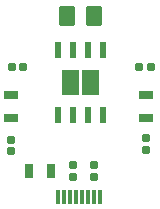
<source format=gtp>
G04*
G04 #@! TF.GenerationSoftware,Altium Limited,Altium Designer,24.2.2 (26)*
G04*
G04 Layer_Color=8421504*
%FSLAX44Y44*%
%MOMM*%
G71*
G04*
G04 #@! TF.SameCoordinates,EEB9E67A-43F7-4525-8043-77EAD86446EF*
G04*
G04*
G04 #@! TF.FilePolarity,Positive*
G04*
G01*
G75*
G04:AMPARAMS|DCode=14|XSize=0.6mm|YSize=0.7mm|CornerRadius=0.075mm|HoleSize=0mm|Usage=FLASHONLY|Rotation=90.000|XOffset=0mm|YOffset=0mm|HoleType=Round|Shape=RoundedRectangle|*
%AMROUNDEDRECTD14*
21,1,0.6000,0.5500,0,0,90.0*
21,1,0.4500,0.7000,0,0,90.0*
1,1,0.1500,0.2750,0.2250*
1,1,0.1500,0.2750,-0.2250*
1,1,0.1500,-0.2750,-0.2250*
1,1,0.1500,-0.2750,0.2250*
%
%ADD14ROUNDEDRECTD14*%
G04:AMPARAMS|DCode=15|XSize=0.6mm|YSize=0.7mm|CornerRadius=0.075mm|HoleSize=0mm|Usage=FLASHONLY|Rotation=0.000|XOffset=0mm|YOffset=0mm|HoleType=Round|Shape=RoundedRectangle|*
%AMROUNDEDRECTD15*
21,1,0.6000,0.5500,0,0,0.0*
21,1,0.4500,0.7000,0,0,0.0*
1,1,0.1500,0.2250,-0.2750*
1,1,0.1500,-0.2250,-0.2750*
1,1,0.1500,-0.2250,0.2750*
1,1,0.1500,0.2250,0.2750*
%
%ADD15ROUNDEDRECTD15*%
%ADD16R,1.3000X0.7000*%
%ADD17R,0.5588X1.4605*%
G04:AMPARAMS|DCode=18|XSize=1.4mm|YSize=1.7mm|CornerRadius=0.175mm|HoleSize=0mm|Usage=FLASHONLY|Rotation=180.000|XOffset=0mm|YOffset=0mm|HoleType=Round|Shape=RoundedRectangle|*
%AMROUNDEDRECTD18*
21,1,1.4000,1.3500,0,0,180.0*
21,1,1.0500,1.7000,0,0,180.0*
1,1,0.3500,-0.5250,0.6750*
1,1,0.3500,0.5250,0.6750*
1,1,0.3500,0.5250,-0.6750*
1,1,0.3500,-0.5250,-0.6750*
%
%ADD18ROUNDEDRECTD18*%
%ADD19R,0.3048X1.1430*%
%ADD20R,0.7000X1.3000*%
G36*
X68056Y191151D02*
Y169529D01*
X82820D01*
Y191151D01*
X68056D01*
D02*
G37*
G36*
X84820D02*
Y169529D01*
X99584D01*
Y191151D01*
X84820D01*
D02*
G37*
D14*
X25400Y121920D02*
D03*
Y131920D02*
D03*
X95250Y110410D02*
D03*
Y100410D02*
D03*
X139700Y123270D02*
D03*
Y133270D02*
D03*
X77470Y100410D02*
D03*
Y110410D02*
D03*
D15*
X25480Y193040D02*
D03*
X35480D02*
D03*
X143510D02*
D03*
X133510D02*
D03*
D16*
X25400Y150520D02*
D03*
Y169520D02*
D03*
X139700Y150520D02*
D03*
Y169520D02*
D03*
D17*
X64770Y207582D02*
D03*
X77470D02*
D03*
X90170D02*
D03*
X102870D02*
D03*
Y153098D02*
D03*
X90170D02*
D03*
X77470D02*
D03*
X64770D02*
D03*
D18*
X72390Y236220D02*
D03*
X95250D02*
D03*
D19*
X64950Y83118D02*
D03*
X69950D02*
D03*
X74950D02*
D03*
X79950D02*
D03*
X84950D02*
D03*
X89950D02*
D03*
X94950D02*
D03*
X99950D02*
D03*
D20*
X59030Y105410D02*
D03*
X40030D02*
D03*
M02*

</source>
